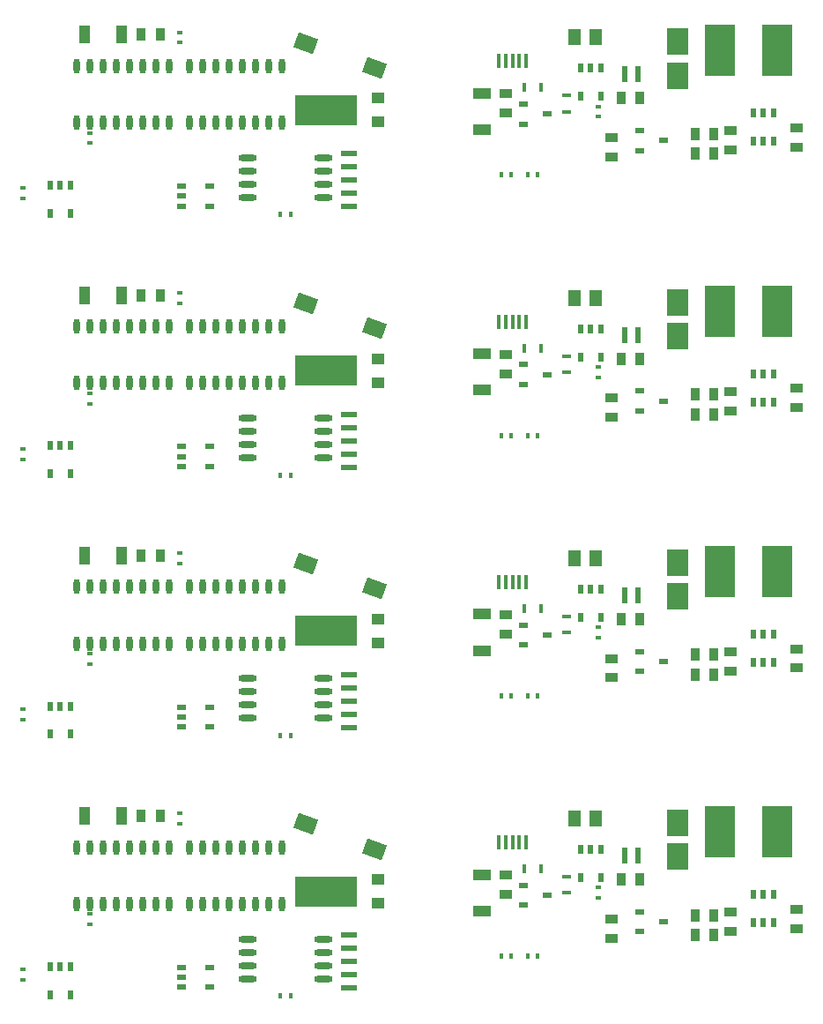
<source format=gtp>
G04*
G04 #@! TF.GenerationSoftware,Altium Limited,Altium Designer,20.2.7 (254)*
G04*
G04 Layer_Color=8421504*
%FSLAX44Y44*%
%MOMM*%
G71*
G04*
G04 #@! TF.SameCoordinates,9E9914D9-28FD-47AE-AA4C-24E4B2164C89*
G04*
G04*
G04 #@! TF.FilePolarity,Positive*
G04*
G01*
G75*
%ADD16R,1.3000X0.9000*%
%ADD17R,0.4500X0.9000*%
%ADD18R,0.9000X0.4500*%
%ADD19R,0.9000X1.3000*%
%ADD20R,0.6000X0.9500*%
%ADD21R,0.9000X0.6000*%
%ADD22R,0.9500X0.6000*%
%ADD23O,1.8000X0.6000*%
%ADD24O,0.6000X1.4500*%
%ADD25R,1.2000X1.5240*%
%ADD26R,0.5500X1.5240*%
%ADD27R,3.0000X5.0000*%
%ADD28R,0.5500X0.4500*%
%ADD29R,0.4500X0.5500*%
G04:AMPARAMS|DCode=30|XSize=2mm|YSize=1.524mm|CornerRadius=0mm|HoleSize=0mm|Usage=FLASHONLY|Rotation=160.000|XOffset=0mm|YOffset=0mm|HoleType=Round|Shape=Rectangle|*
%AMROTATEDRECTD30*
4,1,4,1.2003,0.3740,0.6791,-1.0581,-1.2003,-0.3740,-0.6791,1.0581,1.2003,0.3740,0.0*
%
%ADD30ROTATEDRECTD30*%

%ADD31R,2.1500X2.5000*%
%ADD32R,1.0000X1.7500*%
%ADD33R,1.7500X1.0000*%
%ADD34R,0.4000X1.3500*%
%ADD35R,1.5240X0.5500*%
%ADD36R,1.2000X1.0000*%
%ADD37R,6.0000X3.0000*%
D16*
X775600Y377950D02*
D03*
Y396450D02*
D03*
Y627950D02*
D03*
Y646450D02*
D03*
Y877950D02*
D03*
Y896450D02*
D03*
X496200Y410610D02*
D03*
Y429110D02*
D03*
Y660610D02*
D03*
Y679110D02*
D03*
Y910610D02*
D03*
Y929110D02*
D03*
X597800Y368700D02*
D03*
Y387200D02*
D03*
Y618700D02*
D03*
Y637200D02*
D03*
Y868700D02*
D03*
Y887200D02*
D03*
X712100Y375050D02*
D03*
Y393550D02*
D03*
Y625050D02*
D03*
Y643550D02*
D03*
Y875050D02*
D03*
Y893550D02*
D03*
X597800Y118700D02*
D03*
X775600Y127950D02*
D03*
X496200Y160610D02*
D03*
X712100Y125050D02*
D03*
X775600Y146450D02*
D03*
X496200Y179110D02*
D03*
X712100Y143550D02*
D03*
X597800Y137200D02*
D03*
D17*
X513850Y435100D02*
D03*
X529350D02*
D03*
X513850Y685100D02*
D03*
X529350D02*
D03*
X513850Y935100D02*
D03*
X529350D02*
D03*
Y185100D02*
D03*
X513850D02*
D03*
D18*
X554620Y412110D02*
D03*
Y427610D02*
D03*
Y662110D02*
D03*
Y677610D02*
D03*
Y912110D02*
D03*
Y927610D02*
D03*
Y162110D02*
D03*
Y177610D02*
D03*
D19*
X695950Y371600D02*
D03*
X677450D02*
D03*
X695950Y621600D02*
D03*
X677450D02*
D03*
X695950Y871600D02*
D03*
X677450D02*
D03*
X145370Y485900D02*
D03*
X163870D02*
D03*
X145370Y735900D02*
D03*
X163870D02*
D03*
X145370Y985900D02*
D03*
X163870D02*
D03*
X624830Y424940D02*
D03*
X606330D02*
D03*
X624830Y674940D02*
D03*
X606330D02*
D03*
X624830Y924940D02*
D03*
X606330D02*
D03*
X695950Y390650D02*
D03*
X677450D02*
D03*
X695950Y640650D02*
D03*
X677450D02*
D03*
X695950Y890650D02*
D03*
X677450D02*
D03*
Y121600D02*
D03*
Y140650D02*
D03*
X695950Y121600D02*
D03*
X163870Y235900D02*
D03*
X145370D02*
D03*
X606330Y174940D02*
D03*
X695950Y140650D02*
D03*
X624830Y174940D02*
D03*
D20*
X586980Y426680D02*
D03*
X567980D02*
D03*
Y453680D02*
D03*
X577480D02*
D03*
X586980D02*
D03*
Y676680D02*
D03*
X567980D02*
D03*
Y703680D02*
D03*
X577480D02*
D03*
X586980D02*
D03*
Y926680D02*
D03*
X567980D02*
D03*
Y953680D02*
D03*
X577480D02*
D03*
X586980D02*
D03*
X733900Y410500D02*
D03*
X743400D02*
D03*
X752900D02*
D03*
Y383500D02*
D03*
X743400D02*
D03*
X733900D02*
D03*
Y660500D02*
D03*
X743400D02*
D03*
X752900D02*
D03*
Y633500D02*
D03*
X743400D02*
D03*
X733900D02*
D03*
Y910500D02*
D03*
X743400D02*
D03*
X752900D02*
D03*
Y883500D02*
D03*
X743400D02*
D03*
X733900D02*
D03*
X77150Y314450D02*
D03*
X58150D02*
D03*
Y341450D02*
D03*
X67650D02*
D03*
X77150D02*
D03*
Y564450D02*
D03*
X58150D02*
D03*
Y591450D02*
D03*
X67650D02*
D03*
X77150D02*
D03*
Y814450D02*
D03*
X58150D02*
D03*
Y841450D02*
D03*
X67650D02*
D03*
X77150D02*
D03*
Y64450D02*
D03*
X567980Y203680D02*
D03*
X58150Y64450D02*
D03*
X67650Y91450D02*
D03*
X577480Y203680D02*
D03*
X743400Y133500D02*
D03*
X58150Y91450D02*
D03*
X752900Y160500D02*
D03*
X743400D02*
D03*
X586980Y203680D02*
D03*
X567980Y176680D02*
D03*
X586980D02*
D03*
X733900Y133500D02*
D03*
X752900D02*
D03*
X733900Y160500D02*
D03*
X77150Y91450D02*
D03*
D21*
X535640Y409700D02*
D03*
X512640Y400200D02*
D03*
Y419200D02*
D03*
X535640Y659700D02*
D03*
X512640Y650200D02*
D03*
Y669200D02*
D03*
X535640Y909700D02*
D03*
X512640Y900200D02*
D03*
Y919200D02*
D03*
X647400Y384300D02*
D03*
X624400Y374800D02*
D03*
Y393800D02*
D03*
X647400Y634300D02*
D03*
X624400Y624800D02*
D03*
Y643800D02*
D03*
X647400Y884300D02*
D03*
X624400Y874800D02*
D03*
Y893800D02*
D03*
X512640Y150200D02*
D03*
X535640Y159700D02*
D03*
X624400Y124800D02*
D03*
X512640Y169200D02*
D03*
X647400Y134300D02*
D03*
X624400Y143800D02*
D03*
D22*
X211300Y340460D02*
D03*
Y321460D02*
D03*
X184300D02*
D03*
Y330960D02*
D03*
Y340460D02*
D03*
X211300Y590460D02*
D03*
Y571460D02*
D03*
X184300D02*
D03*
Y580960D02*
D03*
Y590460D02*
D03*
X211300Y840460D02*
D03*
Y821460D02*
D03*
X184300D02*
D03*
Y830960D02*
D03*
Y840460D02*
D03*
X211300Y90460D02*
D03*
X184300Y71460D02*
D03*
X211300D02*
D03*
X184300Y80960D02*
D03*
Y90460D02*
D03*
D23*
X248160Y367790D02*
D03*
Y355090D02*
D03*
Y342390D02*
D03*
Y329690D02*
D03*
X320160Y367790D02*
D03*
Y355090D02*
D03*
Y342390D02*
D03*
Y329690D02*
D03*
X248160Y617790D02*
D03*
Y605090D02*
D03*
Y592390D02*
D03*
Y579690D02*
D03*
X320160Y617790D02*
D03*
Y605090D02*
D03*
Y592390D02*
D03*
Y579690D02*
D03*
X248160Y867790D02*
D03*
Y855090D02*
D03*
Y842390D02*
D03*
Y829690D02*
D03*
X320160Y867790D02*
D03*
Y855090D02*
D03*
Y842390D02*
D03*
Y829690D02*
D03*
X248160Y79690D02*
D03*
X320160Y105090D02*
D03*
Y117790D02*
D03*
X248160D02*
D03*
Y105090D02*
D03*
Y92390D02*
D03*
X320160Y79690D02*
D03*
Y92390D02*
D03*
D24*
X280350Y456000D02*
D03*
X267650D02*
D03*
X254950D02*
D03*
X242250D02*
D03*
X229550D02*
D03*
X216850D02*
D03*
X204150D02*
D03*
X191450D02*
D03*
X280350Y401500D02*
D03*
X267650D02*
D03*
X254950D02*
D03*
X242250D02*
D03*
X229550D02*
D03*
X216850D02*
D03*
X204150D02*
D03*
X191450D02*
D03*
X280350Y706000D02*
D03*
X267650D02*
D03*
X254950D02*
D03*
X242250D02*
D03*
X229550D02*
D03*
X216850D02*
D03*
X204150D02*
D03*
X191450D02*
D03*
X280350Y651500D02*
D03*
X267650D02*
D03*
X254950D02*
D03*
X242250D02*
D03*
X229550D02*
D03*
X216850D02*
D03*
X204150D02*
D03*
X191450D02*
D03*
X280350Y956000D02*
D03*
X267650D02*
D03*
X254950D02*
D03*
X242250D02*
D03*
X229550D02*
D03*
X216850D02*
D03*
X204150D02*
D03*
X191450D02*
D03*
X280350Y901500D02*
D03*
X267650D02*
D03*
X254950D02*
D03*
X242250D02*
D03*
X229550D02*
D03*
X216850D02*
D03*
X204150D02*
D03*
X191450D02*
D03*
X172400Y456000D02*
D03*
X159700D02*
D03*
X147000D02*
D03*
X134300D02*
D03*
X121600D02*
D03*
X108900D02*
D03*
X96200D02*
D03*
X83500D02*
D03*
X172400Y401500D02*
D03*
X159700D02*
D03*
X147000D02*
D03*
X134300D02*
D03*
X121600D02*
D03*
X108900D02*
D03*
X96200D02*
D03*
X83500D02*
D03*
X172400Y706000D02*
D03*
X159700D02*
D03*
X147000D02*
D03*
X134300D02*
D03*
X121600D02*
D03*
X108900D02*
D03*
X96200D02*
D03*
X83500D02*
D03*
X172400Y651500D02*
D03*
X159700D02*
D03*
X147000D02*
D03*
X134300D02*
D03*
X121600D02*
D03*
X108900D02*
D03*
X96200D02*
D03*
X83500D02*
D03*
X172400Y956000D02*
D03*
X159700D02*
D03*
X147000D02*
D03*
X134300D02*
D03*
X121600D02*
D03*
X108900D02*
D03*
X96200D02*
D03*
X83500D02*
D03*
X172400Y901500D02*
D03*
X159700D02*
D03*
X147000D02*
D03*
X134300D02*
D03*
X121600D02*
D03*
X108900D02*
D03*
X96200D02*
D03*
X83500D02*
D03*
X191450Y206000D02*
D03*
X134300D02*
D03*
X83500D02*
D03*
X96200D02*
D03*
X83500Y151500D02*
D03*
X96200D02*
D03*
X242250Y206000D02*
D03*
X121600Y151500D02*
D03*
X229550Y206000D02*
D03*
X204150Y151500D02*
D03*
X108900Y206000D02*
D03*
X254950Y151500D02*
D03*
X267650D02*
D03*
X280350D02*
D03*
X147000D02*
D03*
X159700D02*
D03*
X172400D02*
D03*
X121600Y206000D02*
D03*
X191450Y151500D02*
D03*
X216850D02*
D03*
X147000Y206000D02*
D03*
X229550Y151500D02*
D03*
X204150Y206000D02*
D03*
X216850D02*
D03*
X280350D02*
D03*
X267650D02*
D03*
X254950D02*
D03*
X108900Y151500D02*
D03*
X134300D02*
D03*
X242250D02*
D03*
X172400Y206000D02*
D03*
X159700D02*
D03*
D25*
X582240Y483360D02*
D03*
X562240D02*
D03*
X582240Y733360D02*
D03*
X562240D02*
D03*
X582240Y983360D02*
D03*
X562240D02*
D03*
Y233360D02*
D03*
X582240D02*
D03*
D26*
X610500Y447800D02*
D03*
X623200D02*
D03*
X610500Y697800D02*
D03*
X623200D02*
D03*
X610500Y947800D02*
D03*
X623200D02*
D03*
X610500Y197800D02*
D03*
X623200D02*
D03*
D27*
X756940Y470660D02*
D03*
X701940D02*
D03*
X756940Y720660D02*
D03*
X701940D02*
D03*
X756940Y970660D02*
D03*
X701940D02*
D03*
X756940Y220660D02*
D03*
X701940D02*
D03*
D28*
X585100Y417240D02*
D03*
Y407240D02*
D03*
Y667240D02*
D03*
Y657240D02*
D03*
Y917240D02*
D03*
Y907240D02*
D03*
X96200Y391840D02*
D03*
Y381840D02*
D03*
Y641840D02*
D03*
Y631840D02*
D03*
Y891840D02*
D03*
Y881840D02*
D03*
X31430Y338580D02*
D03*
Y328580D02*
D03*
Y588580D02*
D03*
Y578580D02*
D03*
Y838580D02*
D03*
Y828580D02*
D03*
X182560Y478360D02*
D03*
Y488360D02*
D03*
Y728360D02*
D03*
Y738360D02*
D03*
Y978360D02*
D03*
Y988360D02*
D03*
X96200Y131840D02*
D03*
Y141840D02*
D03*
X31430Y78580D02*
D03*
X182560Y238360D02*
D03*
X585100Y157240D02*
D03*
Y167240D02*
D03*
X182560Y228360D02*
D03*
X31430Y88580D02*
D03*
D29*
X501280Y351280D02*
D03*
X491280D02*
D03*
X501280Y601280D02*
D03*
X491280D02*
D03*
X501280Y851280D02*
D03*
X491280D02*
D03*
X526600Y351280D02*
D03*
X516600D02*
D03*
X526600Y601280D02*
D03*
X516600D02*
D03*
X526600Y851280D02*
D03*
X516600D02*
D03*
X289160Y313180D02*
D03*
X279160D02*
D03*
X289160Y563180D02*
D03*
X279160D02*
D03*
X289160Y813180D02*
D03*
X279160D02*
D03*
Y63180D02*
D03*
X501280Y101280D02*
D03*
X516600D02*
D03*
X526600D02*
D03*
X491280D02*
D03*
X289160Y63180D02*
D03*
D30*
X369250Y454150D02*
D03*
X303472Y478091D02*
D03*
X369250Y704150D02*
D03*
X303472Y728091D02*
D03*
X369250Y954150D02*
D03*
X303472Y978091D02*
D03*
Y228091D02*
D03*
X369250Y204150D02*
D03*
D31*
X661300Y479290D02*
D03*
Y446790D02*
D03*
Y729290D02*
D03*
Y696790D02*
D03*
Y979290D02*
D03*
Y946790D02*
D03*
Y196790D02*
D03*
Y229290D02*
D03*
D32*
X91400Y485900D02*
D03*
X126400D02*
D03*
X91400Y735900D02*
D03*
X126400D02*
D03*
X91400Y985900D02*
D03*
X126400D02*
D03*
Y235900D02*
D03*
X91400D02*
D03*
D33*
X473340Y394740D02*
D03*
Y429740D02*
D03*
Y644740D02*
D03*
Y679740D02*
D03*
Y894740D02*
D03*
Y929740D02*
D03*
Y144740D02*
D03*
Y179740D02*
D03*
D34*
X515400Y460500D02*
D03*
X489400D02*
D03*
X495900D02*
D03*
X502400D02*
D03*
X508900D02*
D03*
X515400Y710500D02*
D03*
X489400D02*
D03*
X495900D02*
D03*
X502400D02*
D03*
X508900D02*
D03*
X515400Y960500D02*
D03*
X489400D02*
D03*
X495900D02*
D03*
X502400D02*
D03*
X508900D02*
D03*
X489400Y210500D02*
D03*
X515400D02*
D03*
X508900D02*
D03*
X502400D02*
D03*
X495900D02*
D03*
D35*
X345120Y358900D02*
D03*
Y346200D02*
D03*
Y333500D02*
D03*
Y320800D02*
D03*
Y371600D02*
D03*
Y608900D02*
D03*
Y596200D02*
D03*
Y583500D02*
D03*
Y570800D02*
D03*
Y621600D02*
D03*
Y858900D02*
D03*
Y846200D02*
D03*
Y833500D02*
D03*
Y820800D02*
D03*
Y871600D02*
D03*
Y83500D02*
D03*
Y121600D02*
D03*
Y108900D02*
D03*
Y96200D02*
D03*
Y70800D02*
D03*
D36*
X373060Y402080D02*
D03*
Y424940D02*
D03*
Y652080D02*
D03*
Y674940D02*
D03*
Y902080D02*
D03*
Y924940D02*
D03*
Y152080D02*
D03*
Y174940D02*
D03*
D37*
X323060Y413510D02*
D03*
Y663510D02*
D03*
Y913510D02*
D03*
Y163510D02*
D03*
M02*

</source>
